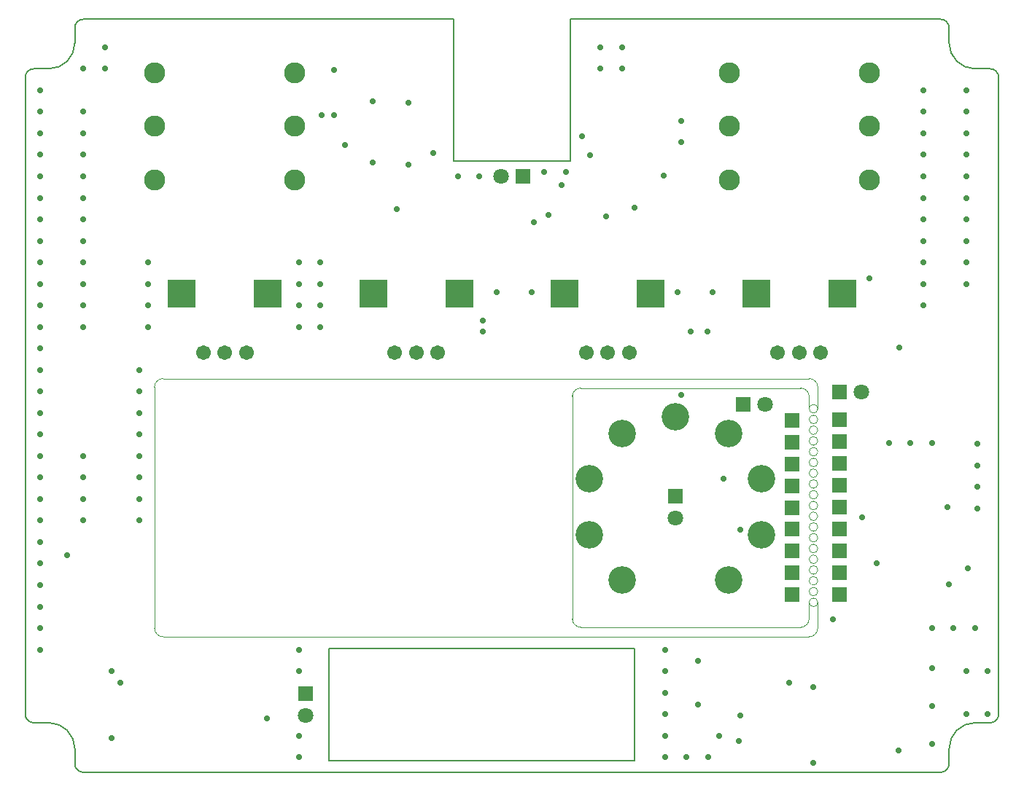
<source format=gbs>
G04*
G04 #@! TF.GenerationSoftware,Altium Limited,Altium Designer,24.0.1 (36)*
G04*
G04 Layer_Color=16711935*
%FSAX44Y44*%
%MOMM*%
G71*
G04*
G04 #@! TF.SameCoordinates,BC1AE164-091E-45D8-8033-5DBA2348E9FA*
G04*
G04*
G04 #@! TF.FilePolarity,Negative*
G04*
G01*
G75*
%ADD10C,0.2000*%
%ADD17C,0.1000*%
%ADD45C,1.8032*%
%ADD46R,1.8032X1.8032*%
%ADD47R,3.2032X3.2032*%
%ADD48C,1.7032*%
%ADD49C,2.4532*%
%ADD50R,1.8032X1.8032*%
%ADD51C,3.2032*%
%ADD52C,0.7032*%
D10*
X00855490Y00874477D02*
G03*
X00865490Y00864477I00010000J00000000D01*
G01*
X00912990Y00834487D02*
G03*
X00882990Y00864487I-00030000J00000000D01*
G01*
X00912981Y00816987D02*
G03*
X00922981Y00806987I00010000J00000000D01*
G01*
X01927990Y01654487D02*
G03*
X01957990Y01624487I00030000J00000000D01*
G01*
X01918000Y00806986D02*
G03*
X01928000Y00816987I00000000J00010000D01*
G01*
X00922981Y01681987D02*
G03*
X00912981Y01671987I00000000J-00010000D01*
G01*
X00865490Y01624496D02*
G03*
X00855490Y01614496I00000000J-00010000D01*
G01*
X01985491D02*
G03*
X01975491Y01624496I-00010000J00000000D01*
G01*
Y00864477D02*
G03*
X01985491Y00874477I00000000J00010000D01*
G01*
X01928000Y01671987D02*
G03*
X01918000Y01681987I-00010000J00000000D01*
G01*
X00882990Y01624487D02*
G03*
X00912990Y01654487I00000000J00030000D01*
G01*
X01957990Y00864487D02*
G03*
X01927990Y00834487I00000000J-00030000D01*
G01*
X01207790Y00820487D02*
X01433190Y00820487D01*
X01563190D01*
X01433190Y00950487D02*
X01563190D01*
X01207790Y00950487D02*
X01433190Y00950487D01*
X01563190Y00820487D02*
Y00950487D01*
X01207790Y00820487D02*
Y00950487D01*
X00865481Y00864487D02*
X00882990D01*
X00912990Y00816977D02*
Y00834487D01*
X01927990Y00816977D02*
Y00834487D01*
X01957990Y01624487D02*
X01975500D01*
X01487991Y01681987D02*
X01918000Y01681987D01*
X01927990Y01654487D02*
Y01671996D01*
X01352990Y01517487D02*
Y01669287D01*
X00912990Y01654487D02*
Y01671996D01*
X01957990Y00864487D02*
X01975500D01*
X00922981Y01681987D02*
X01352990D01*
X00922981Y00806987D02*
X01918000Y00806987D01*
X00855490Y00874477D02*
X00855490Y01614496D01*
X01352990Y01669287D02*
Y01681987D01*
X00865481Y01624487D02*
X00882990D01*
X01487991Y01517487D02*
Y01681987D01*
X01433190Y01517487D02*
X01487991D01*
X01352990D02*
X01433190D01*
X01985490Y00874477D02*
X01985490Y01614496D01*
D17*
X01015490Y01264477D02*
G03*
X01005490Y01254477I00000000J-00010000D01*
G01*
Y00974477D02*
G03*
X01015490Y00964477I00010000J00000000D01*
G01*
X01755490Y00975487D02*
G03*
X01765490Y00985487I00000000J00010000D01*
G01*
X01490491D02*
G03*
X01500491Y00975487I00010000J00000000D01*
G01*
Y01253487D02*
G03*
X01490491Y01243487I00000000J-00010000D01*
G01*
X01765490Y01243477D02*
G03*
X01755490Y01253477I-00010000J00000000D01*
G01*
X01775490Y01254477D02*
G03*
X01765490Y01264477I-00010000J00000000D01*
G01*
X01775490Y01004487D02*
G03*
X01775490Y01004487I-00005000J00000000D01*
G01*
Y01041987D02*
G03*
X01775490Y01041987I-00005000J00000000D01*
G01*
Y01029487D02*
G03*
X01775490Y01029487I-00005000J00000000D01*
G01*
Y01016987D02*
G03*
X01775490Y01016987I-00005000J00000000D01*
G01*
Y01079487D02*
G03*
X01775490Y01079487I-00005000J00000000D01*
G01*
Y01066987D02*
G03*
X01775490Y01066987I-00005000J00000000D01*
G01*
Y01054487D02*
G03*
X01775490Y01054487I-00005000J00000000D01*
G01*
Y01116987D02*
G03*
X01775490Y01116987I-00005000J00000000D01*
G01*
Y01104487D02*
G03*
X01775490Y01104487I-00005000J00000000D01*
G01*
Y01091987D02*
G03*
X01775490Y01091987I-00005000J00000000D01*
G01*
Y01129487D02*
G03*
X01775490Y01129487I-00005000J00000000D01*
G01*
Y01141987D02*
G03*
X01775490Y01141987I-00005000J00000000D01*
G01*
Y01154487D02*
G03*
X01775490Y01154487I-00005000J00000000D01*
G01*
Y01166987D02*
G03*
X01775490Y01166987I-00005000J00000000D01*
G01*
Y01179487D02*
G03*
X01775490Y01179487I-00005000J00000000D01*
G01*
Y01191987D02*
G03*
X01775490Y01191987I-00005000J00000000D01*
G01*
Y01204487D02*
G03*
X01775490Y01204487I-00005000J00000000D01*
G01*
Y01216987D02*
G03*
X01775490Y01216987I-00005000J00000000D01*
G01*
Y01229487D02*
G03*
X01775490Y01229487I-00005000J00000000D01*
G01*
X01765490Y00964477D02*
G03*
X01775490Y00974477I00000000J00010000D01*
G01*
X01005490D02*
Y01254477D01*
X01765490Y00985487D02*
Y01004487D01*
X01500491Y00975487D02*
X01755490Y00975487D01*
X01490491Y00983487D02*
Y01245487D01*
X01500491Y01253477D02*
X01755490Y01253477D01*
X01765490Y01229487D02*
Y01243477D01*
X01775490Y00974477D02*
Y01004487D01*
Y01228989D02*
Y01254477D01*
X01015490Y01264477D02*
X01765490Y01264477D01*
X01015490Y00964477D02*
X01765490Y00964477D01*
D45*
X01180740Y00872787D02*
D03*
X01407790Y01499487D02*
D03*
X01610490Y01102687D02*
D03*
X01713990Y01234487D02*
D03*
X01825890Y01248987D02*
D03*
D46*
X01180740Y00898187D02*
D03*
X01800490Y01191587D02*
D03*
Y01216987D02*
D03*
X01745990Y01013787D02*
D03*
Y01064587D02*
D03*
X01610490Y01128087D02*
D03*
X01745990Y01039187D02*
D03*
Y01139787D02*
D03*
Y01114387D02*
D03*
Y01089987D02*
D03*
X01800490Y01013787D02*
D03*
Y01064587D02*
D03*
Y01039187D02*
D03*
Y01089987D02*
D03*
Y01115387D02*
D03*
Y01140787D02*
D03*
Y01166187D02*
D03*
X01745990Y01215987D02*
D03*
Y01165187D02*
D03*
Y01190587D02*
D03*
D47*
X01259320Y01363487D02*
D03*
X01359320D02*
D03*
X01036990D02*
D03*
X01136990D02*
D03*
X01703990D02*
D03*
X01803990D02*
D03*
X01481660D02*
D03*
X01581660D02*
D03*
D48*
X01284320Y01294487D02*
D03*
X01334320D02*
D03*
X01309320D02*
D03*
X01061990D02*
D03*
X01111990D02*
D03*
X01086990D02*
D03*
X01728990D02*
D03*
X01778990D02*
D03*
X01753990D02*
D03*
X01506660D02*
D03*
X01556660D02*
D03*
X01531660D02*
D03*
D49*
X01005490Y01619987D02*
D03*
Y01557487D02*
D03*
Y01494987D02*
D03*
X01168490D02*
D03*
Y01557487D02*
D03*
Y01619987D02*
D03*
X01672490D02*
D03*
Y01557487D02*
D03*
Y01494987D02*
D03*
X01835490D02*
D03*
Y01557487D02*
D03*
Y01619987D02*
D03*
D50*
X01433190Y01499487D02*
D03*
X01688590Y01234487D02*
D03*
X01800490Y01248987D02*
D03*
D51*
X01548773Y01030440D02*
D03*
X01510629Y01082940D02*
D03*
Y01147833D02*
D03*
X01548773Y01200333D02*
D03*
X01610490Y01220387D02*
D03*
X01672208Y01200333D02*
D03*
X01710351Y01147833D02*
D03*
Y01082940D02*
D03*
X01672208Y01030440D02*
D03*
D52*
X01616990Y01245487D02*
D03*
X00987990Y01274487D02*
D03*
Y01249487D02*
D03*
Y01224487D02*
D03*
Y01199487D02*
D03*
Y01174487D02*
D03*
Y01149487D02*
D03*
Y01124487D02*
D03*
Y01099487D02*
D03*
X01442990Y01364487D02*
D03*
X01402990D02*
D03*
X01462990Y01454487D02*
D03*
X01457990Y01504487D02*
D03*
X01482990D02*
D03*
X01357640Y01499449D02*
D03*
X01382640D02*
D03*
X01616721Y01539135D02*
D03*
Y01564135D02*
D03*
X01960838Y01188681D02*
D03*
Y01163681D02*
D03*
Y01138681D02*
D03*
Y01113681D02*
D03*
X01925700Y01115276D02*
D03*
X01827002Y01102925D02*
D03*
X01843990Y01049487D02*
D03*
X01792990Y00984487D02*
D03*
X01907990Y00974487D02*
D03*
X01932990D02*
D03*
X01957990D02*
D03*
X01857990Y01189487D02*
D03*
X01882990D02*
D03*
X01907990D02*
D03*
X01386990Y01331737D02*
D03*
X01647807Y01319487D02*
D03*
X01612990Y01364487D02*
D03*
X01652990D02*
D03*
X01547990Y01624487D02*
D03*
Y01649487D02*
D03*
X01522990D02*
D03*
Y01624487D02*
D03*
X01197990Y01399487D02*
D03*
Y01374487D02*
D03*
Y01349487D02*
D03*
Y01324487D02*
D03*
X01172990Y01399487D02*
D03*
Y01374487D02*
D03*
Y01349487D02*
D03*
Y01324487D02*
D03*
X00997990Y01399487D02*
D03*
Y01374487D02*
D03*
Y01349487D02*
D03*
Y01324487D02*
D03*
X00947990Y01649487D02*
D03*
Y01624487D02*
D03*
X00922990D02*
D03*
Y01524487D02*
D03*
Y01549487D02*
D03*
Y01574487D02*
D03*
Y01424487D02*
D03*
Y01449487D02*
D03*
Y01474487D02*
D03*
Y01499487D02*
D03*
Y01324487D02*
D03*
Y01349487D02*
D03*
Y01374487D02*
D03*
Y01399487D02*
D03*
Y01099487D02*
D03*
Y01124487D02*
D03*
Y01149487D02*
D03*
Y01174487D02*
D03*
X00872990Y01599487D02*
D03*
Y01574487D02*
D03*
Y01549487D02*
D03*
Y01374487D02*
D03*
Y01399487D02*
D03*
Y01424487D02*
D03*
Y01449487D02*
D03*
Y01474487D02*
D03*
Y01499487D02*
D03*
Y01524487D02*
D03*
Y01349487D02*
D03*
Y01324487D02*
D03*
Y01299487D02*
D03*
Y01274487D02*
D03*
Y01249487D02*
D03*
Y01224487D02*
D03*
Y01199487D02*
D03*
Y01174487D02*
D03*
Y01149487D02*
D03*
Y01124487D02*
D03*
Y01099487D02*
D03*
Y01074487D02*
D03*
Y01049487D02*
D03*
Y01024487D02*
D03*
Y00999487D02*
D03*
Y00974487D02*
D03*
Y00949487D02*
D03*
X01172990D02*
D03*
Y00924487D02*
D03*
Y00824487D02*
D03*
Y00849487D02*
D03*
X01647990Y00824487D02*
D03*
X01622990D02*
D03*
X01597990D02*
D03*
Y00849487D02*
D03*
Y00874487D02*
D03*
Y00899487D02*
D03*
Y00924487D02*
D03*
Y00949487D02*
D03*
X01972990Y00874487D02*
D03*
Y00924487D02*
D03*
X01947990Y00874487D02*
D03*
Y00924487D02*
D03*
X01897990Y01349487D02*
D03*
Y01374487D02*
D03*
Y01399487D02*
D03*
Y01424487D02*
D03*
Y01449487D02*
D03*
Y01474487D02*
D03*
Y01499487D02*
D03*
Y01524487D02*
D03*
Y01549487D02*
D03*
Y01574487D02*
D03*
Y01599487D02*
D03*
X01947990Y01374487D02*
D03*
Y01399487D02*
D03*
Y01424487D02*
D03*
Y01449487D02*
D03*
Y01474487D02*
D03*
Y01499487D02*
D03*
Y01524487D02*
D03*
Y01549487D02*
D03*
Y01574487D02*
D03*
Y01599487D02*
D03*
X01685389Y01089221D02*
D03*
X01666240Y01147987D02*
D03*
X01286490Y01461487D02*
D03*
X01870240Y01300487D02*
D03*
X01835740Y01381237D02*
D03*
X01299990Y01513237D02*
D03*
Y01584987D02*
D03*
X01478240Y01488987D02*
D03*
X00965740Y00911237D02*
D03*
X01258490Y01515487D02*
D03*
X01258490Y01586987D02*
D03*
X01562740Y01463237D02*
D03*
X01529740Y01453237D02*
D03*
X01386990Y01319487D02*
D03*
X01628240Y01319487D02*
D03*
X01949990Y01043987D02*
D03*
X01927990Y01025487D02*
D03*
X01501990Y01546237D02*
D03*
X01199173Y01570737D02*
D03*
X01226990Y01535737D02*
D03*
X01328990Y01526237D02*
D03*
X01136240Y00869237D02*
D03*
X00955740Y00846737D02*
D03*
Y00924737D02*
D03*
X01446240Y01445987D02*
D03*
X01869240Y00832737D02*
D03*
X01660990Y00848937D02*
D03*
X01596990Y01500737D02*
D03*
X01510741Y01524237D02*
D03*
X00904240Y01059237D02*
D03*
X01213990Y01570737D02*
D03*
Y01623237D02*
D03*
X01683490Y00842987D02*
D03*
X01769990Y00906237D02*
D03*
X01741890Y00911437D02*
D03*
X01636091Y00886037D02*
D03*
X01685890Y00873337D02*
D03*
X01636091Y00936837D02*
D03*
X01769990Y00818237D02*
D03*
X01907990Y00840237D02*
D03*
Y00884237D02*
D03*
Y00928237D02*
D03*
M02*

</source>
